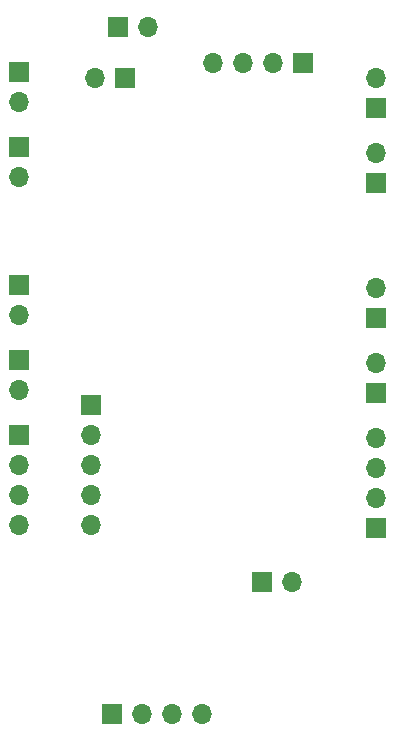
<source format=gbr>
%TF.GenerationSoftware,KiCad,Pcbnew,7.0.9*%
%TF.CreationDate,2024-01-11T15:45:20-05:00*%
%TF.ProjectId,AD7779_breakout,41443737-3739-45f6-9272-65616b6f7574,rev?*%
%TF.SameCoordinates,Original*%
%TF.FileFunction,Soldermask,Bot*%
%TF.FilePolarity,Negative*%
%FSLAX46Y46*%
G04 Gerber Fmt 4.6, Leading zero omitted, Abs format (unit mm)*
G04 Created by KiCad (PCBNEW 7.0.9) date 2024-01-11 15:45:20*
%MOMM*%
%LPD*%
G01*
G04 APERTURE LIST*
%ADD10R,1.700000X1.700000*%
%ADD11O,1.700000X1.700000*%
G04 APERTURE END LIST*
D10*
%TO.C,J12*%
X148082000Y-119634000D03*
D11*
X148082000Y-122174000D03*
X148082000Y-124714000D03*
X148082000Y-127254000D03*
X148082000Y-129794000D03*
%TD*%
D10*
%TO.C,J4*%
X141986000Y-109474000D03*
D11*
X141986000Y-112014000D03*
%TD*%
D10*
%TO.C,J13*%
X165989000Y-90678000D03*
D11*
X163449000Y-90678000D03*
X160909000Y-90678000D03*
X158369000Y-90678000D03*
%TD*%
D10*
%TO.C,J10*%
X150368000Y-87630000D03*
D11*
X152908000Y-87630000D03*
%TD*%
D10*
%TO.C,J8*%
X172212000Y-112268000D03*
D11*
X172212000Y-109728000D03*
%TD*%
D10*
%TO.C,J18*%
X149860000Y-145796000D03*
D11*
X152400000Y-145796000D03*
X154940000Y-145796000D03*
X157480000Y-145796000D03*
%TD*%
D10*
%TO.C,J15*%
X172212000Y-130048000D03*
D11*
X172212000Y-127508000D03*
X172212000Y-124968000D03*
X172212000Y-122428000D03*
%TD*%
D10*
%TO.C,J5*%
X141986000Y-115824000D03*
D11*
X141986000Y-118364000D03*
%TD*%
D10*
%TO.C,J7*%
X172212000Y-100838000D03*
D11*
X172212000Y-98298000D03*
%TD*%
D10*
%TO.C,J19*%
X162560000Y-134620000D03*
D11*
X165100000Y-134620000D03*
%TD*%
D10*
%TO.C,J6*%
X172212000Y-94488000D03*
D11*
X172212000Y-91948000D03*
%TD*%
D10*
%TO.C,J11*%
X141986000Y-122174000D03*
D11*
X141986000Y-124714000D03*
X141986000Y-127254000D03*
X141986000Y-129794000D03*
%TD*%
D10*
%TO.C,J3*%
X141986000Y-97790000D03*
D11*
X141986000Y-100330000D03*
%TD*%
D10*
%TO.C,J9*%
X172212000Y-118618000D03*
D11*
X172212000Y-116078000D03*
%TD*%
D10*
%TO.C,J2*%
X141986000Y-91435000D03*
D11*
X141986000Y-93975000D03*
%TD*%
D10*
%TO.C,J1*%
X150881000Y-91948000D03*
D11*
X148341000Y-91948000D03*
%TD*%
M02*

</source>
